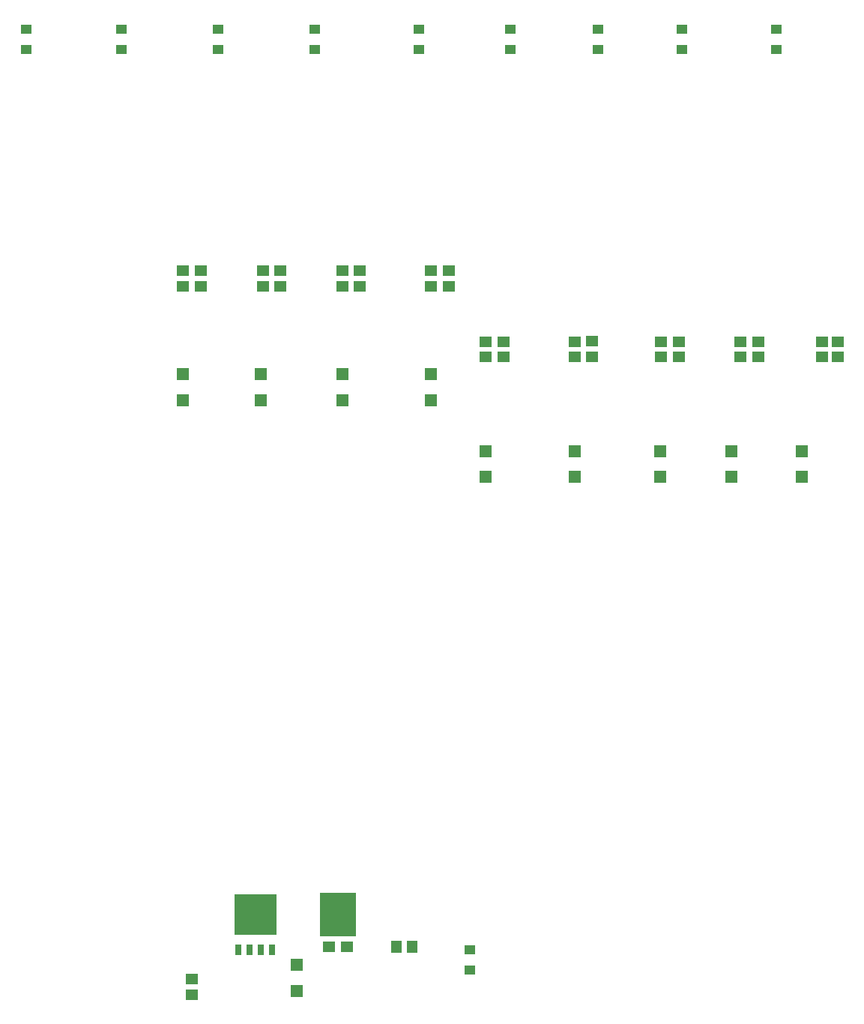
<source format=gbr>
%TF.GenerationSoftware,Altium Limited,Altium Designer,18.1.7 (191)*%
G04 Layer_Color=8421504*
%FSLAX26Y26*%
%MOIN*%
%TF.FileFunction,Paste,Top*%
%TF.Part,Single*%
G01*
G75*
%TA.AperFunction,SMDPad,CuDef*%
%ADD10R,0.051181X0.043307*%
%ADD11R,0.053150X0.045276*%
%ADD12R,0.185039X0.181102*%
%ADD13R,0.027559X0.045276*%
%ADD14R,0.045276X0.053150*%
%ADD15R,0.163386X0.192913*%
%ADD16R,0.057087X0.051181*%
%ADD17R,0.057087X0.053150*%
D10*
X4015748Y4730315D02*
D03*
Y4639764D02*
D03*
X3598673Y4730315D02*
D03*
Y4639764D02*
D03*
X3225551Y4730315D02*
D03*
Y4639764D02*
D03*
X2834646Y4730315D02*
D03*
Y4639764D02*
D03*
X2425777Y4730315D02*
D03*
Y4639764D02*
D03*
X1965420Y4730315D02*
D03*
Y4639764D02*
D03*
X1535433Y4730315D02*
D03*
Y4639764D02*
D03*
X1102362Y4730315D02*
D03*
Y4639764D02*
D03*
X681072Y4730315D02*
D03*
Y4639764D02*
D03*
X2653791Y545276D02*
D03*
Y635827D02*
D03*
D11*
X2559055Y3587598D02*
D03*
Y3656496D02*
D03*
X1417323Y437992D02*
D03*
Y506890D02*
D03*
X2165354Y3656496D02*
D03*
Y3587598D02*
D03*
X2086614Y3656496D02*
D03*
Y3587598D02*
D03*
X1458504Y3656496D02*
D03*
Y3587598D02*
D03*
X1377029Y3656496D02*
D03*
Y3587598D02*
D03*
X1811024Y3656496D02*
D03*
Y3587598D02*
D03*
X1732284Y3656496D02*
D03*
Y3587598D02*
D03*
X2804171Y3341535D02*
D03*
Y3272638D02*
D03*
X2724683Y3341535D02*
D03*
Y3272638D02*
D03*
X3196477Y3343346D02*
D03*
Y3274449D02*
D03*
X3119132Y3341535D02*
D03*
Y3272638D02*
D03*
X3582677Y3341535D02*
D03*
Y3272638D02*
D03*
X3503937Y3341535D02*
D03*
Y3272638D02*
D03*
X3937008Y3341535D02*
D03*
Y3272638D02*
D03*
X3858268Y3341535D02*
D03*
Y3272638D02*
D03*
X4291339Y3341535D02*
D03*
Y3272638D02*
D03*
X4221494Y3341535D02*
D03*
Y3272638D02*
D03*
X2480315Y3656496D02*
D03*
Y3587598D02*
D03*
D12*
X1700454Y793307D02*
D03*
D13*
X1775454Y635827D02*
D03*
X1725454D02*
D03*
X1675454D02*
D03*
X1625454D02*
D03*
D14*
X2396654Y648976D02*
D03*
X2327756D02*
D03*
D15*
X2068778Y794921D02*
D03*
D16*
X2108778Y648976D02*
D03*
X2028778D02*
D03*
D17*
X1884824Y453740D02*
D03*
Y569882D02*
D03*
X2085690Y3081693D02*
D03*
Y3197834D02*
D03*
X1377029Y3081693D02*
D03*
Y3197834D02*
D03*
X1725454Y3081693D02*
D03*
Y3197834D02*
D03*
X2724683Y2738840D02*
D03*
Y2854982D02*
D03*
X3119132Y2738840D02*
D03*
Y2854982D02*
D03*
X3501022Y2738840D02*
D03*
Y2854982D02*
D03*
X3815982Y2738840D02*
D03*
Y2854982D02*
D03*
X4130943Y2738840D02*
D03*
Y2854982D02*
D03*
X2479391Y3081693D02*
D03*
Y3197834D02*
D03*
%TF.MD5,1e232972d416fe68570d9b8bb6289085*%
M02*

</source>
